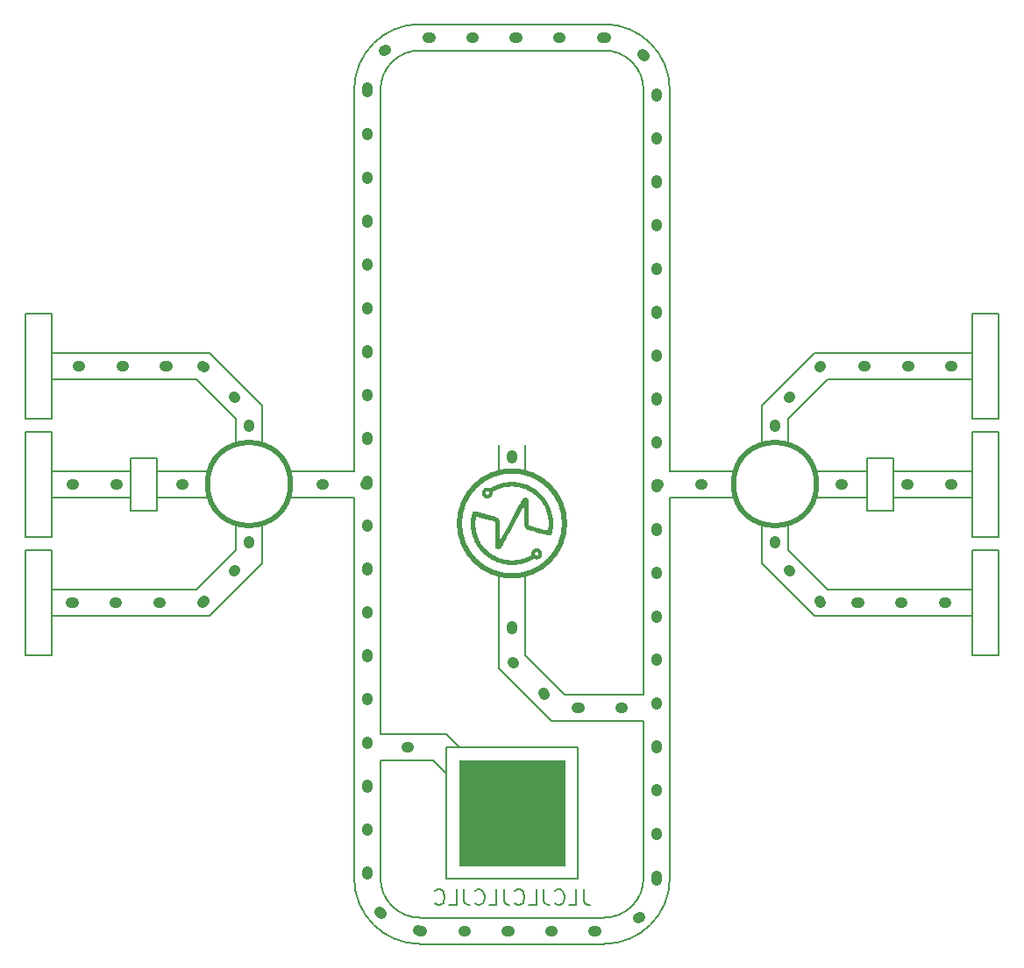
<source format=gbr>
%TF.GenerationSoftware,KiCad,Pcbnew,8.0.5*%
%TF.CreationDate,2024-10-21T23:21:48+02:00*%
%TF.ProjectId,kyb_sat,6b79625f-7361-4742-9e6b-696361645f70,rev?*%
%TF.SameCoordinates,Original*%
%TF.FileFunction,Legend,Bot*%
%TF.FilePolarity,Positive*%
%FSLAX46Y46*%
G04 Gerber Fmt 4.6, Leading zero omitted, Abs format (unit mm)*
G04 Created by KiCad (PCBNEW 8.0.5) date 2024-10-21 23:21:48*
%MOMM*%
%LPD*%
G01*
G04 APERTURE LIST*
%ADD10C,1.000000*%
%ADD11C,0.200000*%
%ADD12C,0.500000*%
%ADD13C,0.000000*%
%ADD14C,0.100000*%
G04 APERTURE END LIST*
D10*
X127000000Y-124460000D02*
X127000000Y-124260000D01*
X127000000Y-140970000D02*
X127000000Y-140770000D01*
X130175000Y-147320000D02*
X130033579Y-147178579D01*
X127205152Y-144350152D02*
X127063730Y-144208730D01*
X137691954Y-148590000D02*
X137491954Y-148590000D01*
X133491954Y-148589999D02*
X133291954Y-148589999D01*
X116840000Y-152400000D02*
X117040000Y-152400000D01*
X158750000Y-127000000D02*
X158950000Y-127000000D01*
X165100000Y-127000000D02*
X165300000Y-127000000D01*
X169300000Y-127000000D02*
X169500000Y-127000000D01*
X88900000Y-127000000D02*
X88700000Y-127000000D01*
X84700000Y-127000000D02*
X84500000Y-127000000D01*
X95250000Y-127000000D02*
X95050000Y-127000000D01*
X97155000Y-115569999D02*
X97296421Y-115711420D01*
X100124848Y-118539847D02*
X100266270Y-118681269D01*
X84455000Y-138429999D02*
X84655000Y-138429999D01*
X88655000Y-138429999D02*
X88855000Y-138429999D01*
X92855000Y-138429999D02*
X93055000Y-138429999D01*
X97155000Y-138429999D02*
X97296421Y-138288578D01*
X100124848Y-135460151D02*
X100266270Y-135318729D01*
X85090000Y-115569999D02*
X85290000Y-115569999D01*
X89290000Y-115569999D02*
X89490000Y-115569999D01*
X93490000Y-115569999D02*
X93690000Y-115569999D01*
X101600000Y-132714999D02*
X101600000Y-132514999D01*
X101600000Y-121284999D02*
X101600000Y-121484999D01*
X169545000Y-115570000D02*
X169345000Y-115570000D01*
X165345000Y-115570000D02*
X165145000Y-115570000D01*
X161145000Y-115570000D02*
X160945000Y-115570000D01*
X156845000Y-115570000D02*
X156703579Y-115711421D01*
X153875152Y-118539848D02*
X153733730Y-118681270D01*
X152400000Y-121285000D02*
X152400000Y-121485000D01*
X168910000Y-138430000D02*
X168710000Y-138430000D01*
X164710000Y-138430000D02*
X164510000Y-138430000D01*
X160510000Y-138430000D02*
X160310000Y-138430000D01*
X156845000Y-138430000D02*
X156703579Y-138288579D01*
X153875152Y-135460152D02*
X153733730Y-135318730D01*
X152400000Y-132715000D02*
X152400000Y-132515000D01*
X113030002Y-127000001D02*
X112830002Y-127000001D01*
X108830002Y-127000000D02*
X108630002Y-127000000D01*
X140969999Y-127000001D02*
X141169999Y-127000001D01*
X145169999Y-127000000D02*
X145369999Y-127000000D01*
X113030000Y-88900000D02*
X113030000Y-89100000D01*
X113030000Y-93100000D02*
X113030000Y-93300000D01*
X113030000Y-97300000D02*
X113030000Y-97500000D01*
X113030000Y-101500000D02*
X113030001Y-101700000D01*
X113030001Y-105700000D02*
X113030001Y-105900000D01*
X113030001Y-109900000D02*
X113030001Y-110100000D01*
X113030001Y-114100000D02*
X113030001Y-114300000D01*
X113030001Y-118300000D02*
X113030001Y-118500000D01*
X113030001Y-122500000D02*
X113030001Y-122700000D01*
X113030001Y-126700000D02*
X113030001Y-126900000D01*
X113030002Y-130900000D02*
X113030002Y-131100000D01*
X113030002Y-135100000D02*
X113030002Y-135300000D01*
X113030002Y-139300000D02*
X113030002Y-139500000D01*
X113030002Y-143500000D02*
X113030002Y-143700000D01*
X113030002Y-147700000D02*
X113030002Y-147900000D01*
X113030002Y-151900000D02*
X113030002Y-152100000D01*
X113030003Y-156100000D02*
X113030003Y-156300000D01*
X113030003Y-160300000D02*
X113030003Y-160500000D01*
X113030003Y-164500000D02*
X113030003Y-164700000D01*
X140970000Y-165100002D02*
X140970000Y-164900002D01*
X140970000Y-160900002D02*
X140970000Y-160700002D01*
X140970000Y-156700002D02*
X140970000Y-156500002D01*
X140970000Y-152500002D02*
X140969999Y-152300002D01*
X140969999Y-148300002D02*
X140969999Y-148100002D01*
X140969999Y-144100002D02*
X140969999Y-143900002D01*
X140969999Y-139900002D02*
X140969999Y-139700002D01*
X140969999Y-135700002D02*
X140969999Y-135500002D01*
X140969999Y-131500002D02*
X140969999Y-131300002D01*
X140969999Y-127300002D02*
X140969999Y-127100002D01*
X140969998Y-123100002D02*
X140969998Y-122900002D01*
X140969998Y-118900002D02*
X140969998Y-118700002D01*
X140969998Y-114700002D02*
X140969998Y-114500002D01*
X140969998Y-110500002D02*
X140969998Y-110300002D01*
X140969998Y-106300002D02*
X140969998Y-106100002D01*
X140969998Y-102100002D02*
X140969998Y-101900002D01*
X140969997Y-97900002D02*
X140969997Y-97700002D01*
X140969997Y-93700002D02*
X140969997Y-93500002D01*
X140969997Y-89500002D02*
X140969997Y-89300002D01*
X118110000Y-170180000D02*
X118310000Y-170180000D01*
X122310000Y-170180000D02*
X122510000Y-170180000D01*
X126510000Y-170180000D02*
X126710000Y-170180000D01*
X130710000Y-170180000D02*
X130910000Y-170180000D01*
X134910000Y-170180000D02*
X135110000Y-170180000D01*
X135889999Y-83820000D02*
X135689999Y-83820000D01*
X131689999Y-83820000D02*
X131489999Y-83820000D01*
X127489999Y-83820000D02*
X127289999Y-83820000D01*
X123289999Y-83820000D02*
X123089999Y-83820000D01*
X119089999Y-83820000D02*
X118889999Y-83820000D01*
X140970000Y-165100002D02*
X140966063Y-165299950D01*
X139330451Y-168837605D02*
X139180673Y-168970124D01*
X118110000Y-170180000D02*
X117910051Y-170176063D01*
X114372396Y-168540453D02*
X114239876Y-168390675D01*
X135890000Y-83820000D02*
X136089948Y-83823936D01*
X139627603Y-85459546D02*
X139760123Y-85609324D01*
X113030000Y-88900000D02*
X113033936Y-88700051D01*
X114669546Y-85162396D02*
X114819324Y-85029876D01*
D11*
X128270000Y-125730000D02*
X128270000Y-123190000D01*
X125730000Y-125730000D02*
X125730000Y-123190000D01*
D12*
X132080000Y-130810000D02*
G75*
G02*
X121920000Y-130810000I-5080000J0D01*
G01*
X121920000Y-130810000D02*
G75*
G02*
X132080000Y-130810000I5080000J0D01*
G01*
D13*
G36*
X125146510Y-127879074D02*
G01*
X125143720Y-127916752D01*
X125139057Y-127953052D01*
X125136020Y-127970692D01*
X125132511Y-127987995D01*
X125128528Y-128004963D01*
X125124071Y-128021600D01*
X125119138Y-128037908D01*
X125113727Y-128053888D01*
X125107838Y-128069545D01*
X125101469Y-128084879D01*
X125094618Y-128099895D01*
X125087285Y-128114593D01*
X125079468Y-128128978D01*
X125071165Y-128143051D01*
X125062376Y-128156814D01*
X125053100Y-128170271D01*
X125043334Y-128183424D01*
X125033077Y-128196275D01*
X125022329Y-128208827D01*
X125011088Y-128221083D01*
X124999352Y-128233044D01*
X124987121Y-128244714D01*
X124974392Y-128256094D01*
X124961166Y-128267188D01*
X124947439Y-128277998D01*
X124933212Y-128288527D01*
X124903250Y-128308750D01*
X124871713Y-128327671D01*
X124840245Y-128344318D01*
X124808818Y-128358692D01*
X124777405Y-128370796D01*
X124745976Y-128380630D01*
X124714504Y-128388196D01*
X124682960Y-128393497D01*
X124651317Y-128396534D01*
X124619546Y-128397308D01*
X124587619Y-128395822D01*
X124555509Y-128392076D01*
X124523186Y-128386073D01*
X124490622Y-128377815D01*
X124457791Y-128367302D01*
X124424663Y-128354537D01*
X124391210Y-128339522D01*
X124358481Y-128322457D01*
X124327589Y-128303634D01*
X124298544Y-128283155D01*
X124271356Y-128261124D01*
X124246034Y-128237646D01*
X124222590Y-128212824D01*
X124201032Y-128186761D01*
X124181370Y-128159562D01*
X124163616Y-128131330D01*
X124147778Y-128102170D01*
X124133866Y-128072185D01*
X124121892Y-128041479D01*
X124111863Y-128010156D01*
X124103792Y-127978319D01*
X124097686Y-127946072D01*
X124093557Y-127913520D01*
X124091415Y-127880766D01*
X124091327Y-127860956D01*
X124451083Y-127860956D01*
X124451334Y-127868921D01*
X124451938Y-127876847D01*
X124452894Y-127884725D01*
X124454200Y-127892546D01*
X124455852Y-127900301D01*
X124457849Y-127907979D01*
X124460189Y-127915572D01*
X124462870Y-127923070D01*
X124465889Y-127930464D01*
X124469244Y-127937745D01*
X124472933Y-127944902D01*
X124476953Y-127951927D01*
X124481303Y-127958811D01*
X124485980Y-127965544D01*
X124490982Y-127972116D01*
X124496307Y-127978519D01*
X124501952Y-127984742D01*
X124507916Y-127990777D01*
X124514196Y-127996615D01*
X124520789Y-128002245D01*
X124527694Y-128007658D01*
X124527697Y-128007658D01*
X124531054Y-128009990D01*
X124534884Y-128012309D01*
X124539141Y-128014602D01*
X124543783Y-128016854D01*
X124548764Y-128019050D01*
X124554042Y-128021178D01*
X124559571Y-128023221D01*
X124565309Y-128025167D01*
X124571212Y-128027000D01*
X124577234Y-128028707D01*
X124583333Y-128030273D01*
X124589465Y-128031685D01*
X124595585Y-128032927D01*
X124601650Y-128033985D01*
X124607615Y-128034846D01*
X124613437Y-128035495D01*
X124619836Y-128035985D01*
X124626147Y-128036247D01*
X124632370Y-128036283D01*
X124638502Y-128036092D01*
X124644545Y-128035674D01*
X124650496Y-128035030D01*
X124656357Y-128034161D01*
X124662126Y-128033066D01*
X124667802Y-128031747D01*
X124673385Y-128030203D01*
X124678875Y-128028434D01*
X124684271Y-128026442D01*
X124689572Y-128024226D01*
X124694777Y-128021786D01*
X124699887Y-128019124D01*
X124704900Y-128016239D01*
X124709817Y-128013132D01*
X124714636Y-128009804D01*
X124719356Y-128006253D01*
X124723978Y-128002482D01*
X124728501Y-127998490D01*
X124732924Y-127994277D01*
X124737246Y-127989844D01*
X124741467Y-127985191D01*
X124745587Y-127980319D01*
X124749605Y-127975228D01*
X124753519Y-127969918D01*
X124757331Y-127964390D01*
X124761038Y-127958644D01*
X124764641Y-127952680D01*
X124771532Y-127940100D01*
X124775605Y-127931825D01*
X124779288Y-127923629D01*
X124782583Y-127915513D01*
X124785489Y-127907478D01*
X124788007Y-127899523D01*
X124790136Y-127891650D01*
X124791876Y-127883858D01*
X124793228Y-127876148D01*
X124794193Y-127868521D01*
X124794769Y-127860978D01*
X124794957Y-127853517D01*
X124794757Y-127846141D01*
X124794170Y-127838848D01*
X124793195Y-127831641D01*
X124791832Y-127824519D01*
X124790083Y-127817482D01*
X124787946Y-127810531D01*
X124785422Y-127803667D01*
X124782511Y-127796890D01*
X124779214Y-127790201D01*
X124775529Y-127783599D01*
X124771458Y-127777085D01*
X124767001Y-127770660D01*
X124762157Y-127764325D01*
X124756927Y-127758078D01*
X124751311Y-127751922D01*
X124745309Y-127745857D01*
X124738921Y-127739882D01*
X124732147Y-127733998D01*
X124724988Y-127728207D01*
X124717443Y-127722507D01*
X124709513Y-127716900D01*
X124702189Y-127712204D01*
X124694641Y-127707978D01*
X124686891Y-127704214D01*
X124678960Y-127700910D01*
X124670872Y-127698059D01*
X124662646Y-127695656D01*
X124654307Y-127693696D01*
X124645874Y-127692175D01*
X124637370Y-127691085D01*
X124628816Y-127690423D01*
X124620235Y-127690184D01*
X124611649Y-127690361D01*
X124603079Y-127690950D01*
X124594546Y-127691946D01*
X124586073Y-127693343D01*
X124577682Y-127695137D01*
X124569394Y-127697321D01*
X124561232Y-127699891D01*
X124553216Y-127702842D01*
X124545369Y-127706169D01*
X124537713Y-127709865D01*
X124530270Y-127713926D01*
X124523060Y-127718348D01*
X124516107Y-127723124D01*
X124509431Y-127728249D01*
X124503055Y-127733718D01*
X124497001Y-127739527D01*
X124491290Y-127745669D01*
X124485944Y-127752140D01*
X124480985Y-127758934D01*
X124476434Y-127766046D01*
X124472315Y-127773471D01*
X124468527Y-127781243D01*
X124465117Y-127789079D01*
X124462083Y-127796970D01*
X124459423Y-127804906D01*
X124457135Y-127812879D01*
X124455216Y-127820879D01*
X124453664Y-127828897D01*
X124452477Y-127836923D01*
X124451653Y-127844947D01*
X124451189Y-127852961D01*
X124451083Y-127860956D01*
X124091327Y-127860956D01*
X124091269Y-127847913D01*
X124093129Y-127815066D01*
X124097006Y-127782329D01*
X124102909Y-127749805D01*
X124110848Y-127717598D01*
X124120834Y-127685812D01*
X124132876Y-127654551D01*
X124146984Y-127623919D01*
X124163168Y-127594019D01*
X124181438Y-127564955D01*
X124201804Y-127536831D01*
X124224277Y-127509751D01*
X124248865Y-127483819D01*
X124275579Y-127459138D01*
X124304430Y-127435813D01*
X124324674Y-127420733D01*
X124343469Y-127407267D01*
X124361096Y-127395327D01*
X124377835Y-127384825D01*
X124393966Y-127375670D01*
X124409769Y-127367776D01*
X124425524Y-127361052D01*
X124441512Y-127355410D01*
X124458013Y-127350762D01*
X124475307Y-127347018D01*
X124493674Y-127344090D01*
X124513395Y-127341890D01*
X124534749Y-127340328D01*
X124558017Y-127339315D01*
X124583479Y-127338763D01*
X124611415Y-127338584D01*
X124653328Y-127338746D01*
X124671263Y-127339023D01*
X124687467Y-127339470D01*
X124702153Y-127340119D01*
X124715533Y-127341001D01*
X124727819Y-127342146D01*
X124739225Y-127343585D01*
X124749961Y-127345348D01*
X124760242Y-127347468D01*
X124770279Y-127349973D01*
X124780286Y-127352895D01*
X124790473Y-127356265D01*
X124801055Y-127360114D01*
X124812242Y-127364471D01*
X124824249Y-127369368D01*
X124898755Y-127400262D01*
X124985632Y-127350116D01*
X125082241Y-127295565D01*
X125175014Y-127245740D01*
X125265053Y-127200138D01*
X125353460Y-127158254D01*
X125441338Y-127119585D01*
X125529789Y-127083627D01*
X125619917Y-127049876D01*
X125712823Y-127017828D01*
X125892805Y-126961244D01*
X125978610Y-126936764D01*
X126062302Y-126914724D01*
X126144389Y-126895048D01*
X126225379Y-126877661D01*
X126305782Y-126862487D01*
X126386105Y-126849450D01*
X126466857Y-126838474D01*
X126548546Y-126829484D01*
X126631681Y-126822403D01*
X126716769Y-126817156D01*
X126804320Y-126813668D01*
X126894841Y-126811861D01*
X127086828Y-126812992D01*
X127232926Y-126817421D01*
X127365234Y-126824728D01*
X127487840Y-126835520D01*
X127546783Y-126842411D01*
X127604834Y-126850401D01*
X127662503Y-126859565D01*
X127720302Y-126869978D01*
X127838335Y-126894858D01*
X127963020Y-126925647D01*
X128098446Y-126962949D01*
X128266136Y-127015137D01*
X128430695Y-127074582D01*
X128591934Y-127141146D01*
X128749669Y-127214692D01*
X128903712Y-127295080D01*
X129053876Y-127382174D01*
X129199976Y-127475835D01*
X129341825Y-127575926D01*
X129479236Y-127682308D01*
X129612023Y-127794845D01*
X129739999Y-127913397D01*
X129862978Y-128037827D01*
X129980773Y-128167997D01*
X130093198Y-128303769D01*
X130200066Y-128445006D01*
X130301191Y-128591569D01*
X130394863Y-128739727D01*
X130438459Y-128813341D01*
X130479988Y-128886856D01*
X130519517Y-128960427D01*
X130557117Y-129034212D01*
X130592856Y-129108368D01*
X130626805Y-129183052D01*
X130659032Y-129258420D01*
X130689606Y-129334630D01*
X130718596Y-129411838D01*
X130746072Y-129490202D01*
X130772104Y-129569878D01*
X130796759Y-129651023D01*
X130820108Y-129733795D01*
X130842220Y-129818350D01*
X130874853Y-129950310D01*
X130900136Y-130060363D01*
X130919087Y-130156629D01*
X130926504Y-130202130D01*
X130932719Y-130247230D01*
X130937858Y-130292944D01*
X130942048Y-130340288D01*
X130948089Y-130443924D01*
X130951859Y-130566261D01*
X130954371Y-130715419D01*
X130955717Y-130890029D01*
X130955520Y-130967274D01*
X130954751Y-131037288D01*
X130953418Y-131099676D01*
X130951525Y-131154046D01*
X130949079Y-131200005D01*
X130946087Y-131237158D01*
X130937261Y-131310323D01*
X130924569Y-131395541D01*
X130909116Y-131487121D01*
X130892002Y-131579377D01*
X130874331Y-131666621D01*
X130857204Y-131743163D01*
X130841724Y-131803317D01*
X130834947Y-131825471D01*
X130828994Y-131841394D01*
X130816889Y-131866976D01*
X130804037Y-131889797D01*
X130790255Y-131909907D01*
X130782959Y-131918961D01*
X130775362Y-131927357D01*
X130767443Y-131935099D01*
X130759178Y-131942196D01*
X130750544Y-131948652D01*
X130741519Y-131954474D01*
X130732081Y-131959668D01*
X130722205Y-131964241D01*
X130711871Y-131968199D01*
X130701055Y-131971548D01*
X130689734Y-131974294D01*
X130677886Y-131976443D01*
X130652516Y-131978978D01*
X130624766Y-131979202D01*
X130594452Y-131977165D01*
X130561394Y-131972917D01*
X130525409Y-131966508D01*
X130486317Y-131957989D01*
X130443936Y-131947408D01*
X129820255Y-131783323D01*
X129351833Y-131659643D01*
X129168344Y-131610838D01*
X129014668Y-131569592D01*
X128887806Y-131535059D01*
X128784758Y-131506393D01*
X128702523Y-131482744D01*
X128668273Y-131472537D01*
X128638101Y-131463267D01*
X128611632Y-131454829D01*
X128588492Y-131447115D01*
X128568305Y-131440021D01*
X128550696Y-131433440D01*
X128535289Y-131427266D01*
X128521711Y-131421395D01*
X128509586Y-131415719D01*
X128498539Y-131410133D01*
X128488195Y-131404530D01*
X128478179Y-131398806D01*
X128457631Y-131386569D01*
X128432793Y-131370679D01*
X128408710Y-131353283D01*
X128385453Y-131334481D01*
X128363093Y-131314375D01*
X128341701Y-131293065D01*
X128321349Y-131270652D01*
X128302107Y-131247237D01*
X128284047Y-131222922D01*
X128267239Y-131197806D01*
X128251756Y-131171991D01*
X128237669Y-131145578D01*
X128225047Y-131118668D01*
X128213964Y-131091361D01*
X128204489Y-131063759D01*
X128196694Y-131035962D01*
X128190650Y-131008071D01*
X128185880Y-130917622D01*
X128182252Y-130713661D01*
X128179137Y-130025463D01*
X128178403Y-129626155D01*
X128176220Y-129338244D01*
X128174593Y-129236741D01*
X128172613Y-129163903D01*
X128170284Y-129120000D01*
X128168990Y-129108985D01*
X128168311Y-129106226D01*
X128167610Y-129105306D01*
X128167019Y-129105320D01*
X128166436Y-129105363D01*
X128165861Y-129105434D01*
X128165295Y-129105532D01*
X128164739Y-129105656D01*
X128164193Y-129105806D01*
X128163658Y-129105981D01*
X128163135Y-129106180D01*
X128162625Y-129106403D01*
X128162128Y-129106648D01*
X128161646Y-129106916D01*
X128161178Y-129107205D01*
X128160726Y-129107514D01*
X128160290Y-129107844D01*
X128159871Y-129108193D01*
X128159470Y-129108560D01*
X128159088Y-129108946D01*
X128158724Y-129109348D01*
X128158381Y-129109767D01*
X128158059Y-129110202D01*
X128157758Y-129110652D01*
X128157480Y-129111116D01*
X128157225Y-129111594D01*
X128156993Y-129112085D01*
X128156786Y-129112588D01*
X128156604Y-129113102D01*
X128156448Y-129113627D01*
X128156318Y-129114162D01*
X128156216Y-129114707D01*
X128156143Y-129115260D01*
X128156098Y-129115822D01*
X128156083Y-129116390D01*
X128155896Y-129117838D01*
X128155346Y-129119870D01*
X128153235Y-129125537D01*
X128149896Y-129133096D01*
X128145479Y-129142249D01*
X128140131Y-129152698D01*
X128134001Y-129164147D01*
X128127236Y-129176298D01*
X128119984Y-129188854D01*
X128095985Y-129231441D01*
X128057325Y-129302022D01*
X127957371Y-129487915D01*
X127677606Y-130009654D01*
X127371975Y-130577770D01*
X126835639Y-131576786D01*
X126611394Y-131992263D01*
X126517041Y-132166792D01*
X126383882Y-132415451D01*
X126257418Y-132652480D01*
X126162290Y-132830178D01*
X126124765Y-132899774D01*
X126093020Y-132958132D01*
X126066369Y-133006452D01*
X126044127Y-133045930D01*
X126034446Y-133062729D01*
X126025610Y-133077767D01*
X126017534Y-133091194D01*
X126010133Y-133103160D01*
X126003320Y-133113814D01*
X125997010Y-133123308D01*
X125991117Y-133131789D01*
X125985557Y-133139409D01*
X125980242Y-133146316D01*
X125975088Y-133152662D01*
X125970009Y-133158595D01*
X125964920Y-133164265D01*
X125954366Y-133175417D01*
X125942742Y-133187315D01*
X125926405Y-133203175D01*
X125909602Y-133217842D01*
X125892377Y-133231319D01*
X125874773Y-133243614D01*
X125856833Y-133254729D01*
X125838603Y-133264671D01*
X125820126Y-133273444D01*
X125801445Y-133281054D01*
X125782605Y-133287504D01*
X125763649Y-133292800D01*
X125744622Y-133296947D01*
X125725566Y-133299949D01*
X125706527Y-133301813D01*
X125687548Y-133302541D01*
X125668672Y-133302141D01*
X125649944Y-133300615D01*
X125631407Y-133297970D01*
X125613106Y-133294210D01*
X125595084Y-133289340D01*
X125577385Y-133283365D01*
X125560053Y-133276290D01*
X125543132Y-133268120D01*
X125526665Y-133258860D01*
X125510697Y-133248514D01*
X125495272Y-133237088D01*
X125480433Y-133224586D01*
X125466223Y-133211014D01*
X125452688Y-133196376D01*
X125439871Y-133180677D01*
X125427815Y-133163922D01*
X125416565Y-133146116D01*
X125406165Y-133127264D01*
X125393478Y-133093987D01*
X125383805Y-133043588D01*
X125376938Y-132966981D01*
X125372669Y-132855080D01*
X125370790Y-132698799D01*
X125371092Y-132489050D01*
X125377409Y-131872807D01*
X125383578Y-131322045D01*
X125384838Y-131128041D01*
X125384835Y-130979147D01*
X125383535Y-130868503D01*
X125382388Y-130825382D01*
X125380904Y-130789253D01*
X125379078Y-130759258D01*
X125376906Y-130734540D01*
X125374385Y-130714241D01*
X125371509Y-130697505D01*
X125369177Y-130688309D01*
X125365908Y-130679245D01*
X125361729Y-130670336D01*
X125356665Y-130661605D01*
X125350743Y-130653074D01*
X125343989Y-130644768D01*
X125336429Y-130636708D01*
X125328089Y-130628919D01*
X125318996Y-130621421D01*
X125309176Y-130614240D01*
X125298654Y-130607397D01*
X125287458Y-130600916D01*
X125275612Y-130594819D01*
X125263144Y-130589130D01*
X125250079Y-130583872D01*
X125236445Y-130579066D01*
X125126545Y-130547359D01*
X124882874Y-130481370D01*
X123908653Y-130223648D01*
X123765248Y-130186346D01*
X123647167Y-130156452D01*
X123601442Y-130145232D01*
X123566633Y-130137004D01*
X123544267Y-130132147D01*
X123538227Y-130131101D01*
X123535872Y-130131041D01*
X123531423Y-130138437D01*
X123526735Y-130151638D01*
X123516875Y-130193525D01*
X123506766Y-130252853D01*
X123496882Y-130325770D01*
X123487694Y-130408426D01*
X123479678Y-130496971D01*
X123473306Y-130587552D01*
X123469052Y-130676321D01*
X123467048Y-130756837D01*
X123466729Y-130836929D01*
X123468092Y-130916573D01*
X123471132Y-130995743D01*
X123475848Y-131074413D01*
X123482234Y-131152559D01*
X123490288Y-131230153D01*
X123500005Y-131307172D01*
X123511383Y-131383588D01*
X123524418Y-131459377D01*
X123539107Y-131534514D01*
X123555445Y-131608972D01*
X123573430Y-131682726D01*
X123593058Y-131755751D01*
X123614325Y-131828020D01*
X123637228Y-131899509D01*
X123682103Y-132029158D01*
X123727086Y-132148800D01*
X123773239Y-132260654D01*
X123797084Y-132314353D01*
X123821620Y-132366935D01*
X123846977Y-132418679D01*
X123873290Y-132469861D01*
X123900689Y-132520758D01*
X123929309Y-132571648D01*
X123990737Y-132674511D01*
X124058634Y-132780669D01*
X124109750Y-132856838D01*
X124158126Y-132925420D01*
X124206246Y-132989380D01*
X124230985Y-133020554D01*
X124256591Y-133051685D01*
X124311644Y-133115301D01*
X124373887Y-133183192D01*
X124445804Y-133258326D01*
X124529876Y-133343668D01*
X124644863Y-133456418D01*
X124699311Y-133507433D01*
X124752331Y-133555310D01*
X124804374Y-133600376D01*
X124855892Y-133642958D01*
X124907334Y-133683383D01*
X124959152Y-133721978D01*
X125011798Y-133759069D01*
X125065723Y-133794984D01*
X125121378Y-133830049D01*
X125179213Y-133864592D01*
X125239680Y-133898938D01*
X125303231Y-133933415D01*
X125441386Y-134004069D01*
X125540637Y-134051787D01*
X125638268Y-134095880D01*
X125734590Y-134136422D01*
X125829914Y-134173486D01*
X125924550Y-134207145D01*
X126018810Y-134237472D01*
X126113005Y-134264541D01*
X126207445Y-134288425D01*
X126302441Y-134309198D01*
X126398305Y-134326933D01*
X126495346Y-134341702D01*
X126593877Y-134353580D01*
X126694207Y-134362639D01*
X126796649Y-134368953D01*
X126901512Y-134372595D01*
X127009108Y-134373639D01*
X127091575Y-134372648D01*
X127172805Y-134370014D01*
X127252909Y-134365717D01*
X127331998Y-134359736D01*
X127410183Y-134352052D01*
X127487578Y-134342643D01*
X127564292Y-134331490D01*
X127640439Y-134318572D01*
X127716128Y-134303869D01*
X127791473Y-134287361D01*
X127866583Y-134269027D01*
X127941572Y-134248847D01*
X128016550Y-134226801D01*
X128091629Y-134202868D01*
X128166921Y-134177029D01*
X128242537Y-134149262D01*
X128309187Y-134121970D01*
X128395213Y-134083872D01*
X128492107Y-134039087D01*
X128591365Y-133991735D01*
X128684479Y-133945933D01*
X128762944Y-133905803D01*
X128818253Y-133875461D01*
X128834566Y-133865248D01*
X128841900Y-133859028D01*
X128842839Y-133856957D01*
X128843839Y-133853736D01*
X128845984Y-133844117D01*
X128848265Y-133830718D01*
X128850611Y-133814084D01*
X128852950Y-133794759D01*
X128855211Y-133773290D01*
X128857324Y-133750221D01*
X128857412Y-133749099D01*
X129208805Y-133749099D01*
X129208829Y-133751806D01*
X129208989Y-133754530D01*
X129209288Y-133757289D01*
X129209728Y-133760106D01*
X129211036Y-133765985D01*
X129212926Y-133772327D01*
X129215411Y-133779289D01*
X129218505Y-133787030D01*
X129222220Y-133795707D01*
X129231570Y-133816504D01*
X129234661Y-133823080D01*
X129237941Y-133829651D01*
X129241381Y-133836176D01*
X129244951Y-133842614D01*
X129248624Y-133848922D01*
X129252370Y-133855058D01*
X129256161Y-133860982D01*
X129259968Y-133866652D01*
X129263763Y-133872025D01*
X129267517Y-133877060D01*
X129271200Y-133881715D01*
X129274785Y-133885948D01*
X129278242Y-133889719D01*
X129281543Y-133892984D01*
X129284660Y-133895703D01*
X129287563Y-133897834D01*
X129287567Y-133897835D01*
X129293916Y-133901396D01*
X129301758Y-133904821D01*
X129310877Y-133908077D01*
X129321056Y-133911135D01*
X129332079Y-133913962D01*
X129343730Y-133916527D01*
X129355792Y-133918799D01*
X129368048Y-133920747D01*
X129380284Y-133922340D01*
X129392281Y-133923546D01*
X129403824Y-133924333D01*
X129414697Y-133924672D01*
X129424682Y-133924529D01*
X129433564Y-133923875D01*
X129441127Y-133922678D01*
X129447153Y-133920907D01*
X129452575Y-133918372D01*
X129458528Y-133914922D01*
X129464919Y-133910648D01*
X129471656Y-133905641D01*
X129478649Y-133899993D01*
X129485805Y-133893796D01*
X129493032Y-133887142D01*
X129500239Y-133880123D01*
X129507335Y-133872829D01*
X129514226Y-133865354D01*
X129520823Y-133857789D01*
X129527032Y-133850226D01*
X129532763Y-133842756D01*
X129537923Y-133835471D01*
X129542421Y-133828464D01*
X129546165Y-133821825D01*
X129549885Y-133814194D01*
X129553092Y-133806589D01*
X129555785Y-133798978D01*
X129557964Y-133791330D01*
X129559629Y-133783613D01*
X129560778Y-133775795D01*
X129561412Y-133767845D01*
X129561530Y-133759730D01*
X129561131Y-133751420D01*
X129560215Y-133742882D01*
X129558781Y-133734085D01*
X129556829Y-133724997D01*
X129554358Y-133715586D01*
X129551367Y-133705821D01*
X129547856Y-133695670D01*
X129543825Y-133685102D01*
X129537939Y-133671827D01*
X129531242Y-133659471D01*
X129523791Y-133648030D01*
X129515638Y-133637502D01*
X129506837Y-133627884D01*
X129497444Y-133619173D01*
X129487511Y-133611367D01*
X129477092Y-133604462D01*
X129466243Y-133598455D01*
X129455016Y-133593345D01*
X129443466Y-133589127D01*
X129431647Y-133585800D01*
X129419613Y-133583360D01*
X129407417Y-133581805D01*
X129395115Y-133581132D01*
X129382760Y-133581338D01*
X129370406Y-133582420D01*
X129358106Y-133584375D01*
X129345916Y-133587201D01*
X129333889Y-133590894D01*
X129322080Y-133595453D01*
X129310541Y-133600873D01*
X129299328Y-133607153D01*
X129288494Y-133614289D01*
X129278093Y-133622279D01*
X129268180Y-133631120D01*
X129258808Y-133640808D01*
X129250031Y-133651342D01*
X129241904Y-133662719D01*
X129234480Y-133674935D01*
X129227814Y-133687987D01*
X129221960Y-133701874D01*
X129215755Y-133718594D01*
X129213361Y-133725669D01*
X129211455Y-133732100D01*
X129210052Y-133738042D01*
X129209164Y-133743656D01*
X129208918Y-133746389D01*
X129208805Y-133749099D01*
X128857412Y-133749099D01*
X128859216Y-133726097D01*
X128862092Y-133689271D01*
X128863581Y-133673469D01*
X128865188Y-133659097D01*
X128866977Y-133645920D01*
X128869011Y-133633704D01*
X128871352Y-133622214D01*
X128874063Y-133611217D01*
X128877209Y-133600478D01*
X128880851Y-133589764D01*
X128885054Y-133578839D01*
X128889880Y-133567470D01*
X128895392Y-133555423D01*
X128901653Y-133542464D01*
X128916677Y-133512871D01*
X128933199Y-133482868D01*
X128950917Y-133454399D01*
X128969791Y-133427493D01*
X128989783Y-133402177D01*
X129010852Y-133378482D01*
X129032960Y-133356434D01*
X129056066Y-133336063D01*
X129080132Y-133317398D01*
X129105119Y-133300467D01*
X129130986Y-133285298D01*
X129157695Y-133271920D01*
X129185205Y-133260362D01*
X129213479Y-133250653D01*
X129242475Y-133242820D01*
X129272156Y-133236893D01*
X129302481Y-133232899D01*
X129329129Y-133230590D01*
X129355043Y-133228981D01*
X129380221Y-133228074D01*
X129404657Y-133227866D01*
X129428348Y-133228357D01*
X129451288Y-133229547D01*
X129473473Y-133231434D01*
X129494900Y-133234019D01*
X129515562Y-133237301D01*
X129535457Y-133241279D01*
X129554579Y-133245953D01*
X129572924Y-133251321D01*
X129590489Y-133257384D01*
X129607267Y-133264140D01*
X129623255Y-133271589D01*
X129638449Y-133279731D01*
X129666441Y-133296926D01*
X129692986Y-133315517D01*
X129718074Y-133335422D01*
X129741691Y-133356562D01*
X129763828Y-133378856D01*
X129784472Y-133402226D01*
X129803612Y-133426590D01*
X129821236Y-133451870D01*
X129837333Y-133477984D01*
X129851892Y-133504853D01*
X129864902Y-133532398D01*
X129876349Y-133560538D01*
X129886224Y-133589192D01*
X129894515Y-133618282D01*
X129901210Y-133647728D01*
X129906297Y-133677448D01*
X129909766Y-133707364D01*
X129911605Y-133737396D01*
X129911751Y-133759730D01*
X129911801Y-133767462D01*
X129910345Y-133797485D01*
X129907224Y-133827383D01*
X129902427Y-133857076D01*
X129895943Y-133886485D01*
X129887759Y-133915529D01*
X129877865Y-133944130D01*
X129866249Y-133972206D01*
X129852900Y-133999677D01*
X129837805Y-134026465D01*
X129820954Y-134052489D01*
X129802336Y-134077668D01*
X129781938Y-134101923D01*
X129759749Y-134125175D01*
X129729598Y-134153064D01*
X129698534Y-134178310D01*
X129666613Y-134200902D01*
X129633890Y-134220826D01*
X129600420Y-134238072D01*
X129566258Y-134252626D01*
X129531459Y-134264477D01*
X129496078Y-134273614D01*
X129460171Y-134280023D01*
X129423791Y-134283693D01*
X129386995Y-134284612D01*
X129349837Y-134282768D01*
X129312373Y-134278149D01*
X129274657Y-134270743D01*
X129236745Y-134260537D01*
X129198692Y-134247521D01*
X129119381Y-134217495D01*
X129055599Y-134250475D01*
X128971613Y-134294684D01*
X128859253Y-134354662D01*
X128772817Y-134399579D01*
X128684667Y-134442413D01*
X128594933Y-134483125D01*
X128503746Y-134521677D01*
X128411235Y-134558031D01*
X128317530Y-134592147D01*
X128222761Y-134623989D01*
X128127058Y-134653517D01*
X128030551Y-134680693D01*
X127933370Y-134705480D01*
X127835644Y-134727838D01*
X127737505Y-134747729D01*
X127639081Y-134765115D01*
X127540503Y-134779957D01*
X127441900Y-134792218D01*
X127343403Y-134801858D01*
X127275646Y-134805507D01*
X127183625Y-134807567D01*
X127075359Y-134808139D01*
X126958868Y-134807323D01*
X126842173Y-134805221D01*
X126733295Y-134801931D01*
X126640253Y-134797555D01*
X126571069Y-134792193D01*
X126429242Y-134774396D01*
X126288398Y-134751386D01*
X126148643Y-134723207D01*
X126010082Y-134689903D01*
X125872819Y-134651520D01*
X125736962Y-134608102D01*
X125602615Y-134559693D01*
X125469883Y-134506339D01*
X125338872Y-134448084D01*
X125209689Y-134384972D01*
X125082437Y-134317048D01*
X124957222Y-134244357D01*
X124834151Y-134166944D01*
X124713328Y-134084852D01*
X124594859Y-133998128D01*
X124478849Y-133906814D01*
X124437365Y-133872193D01*
X124394658Y-133835045D01*
X124306576Y-133754229D01*
X124216608Y-133666486D01*
X124126758Y-133573937D01*
X124039030Y-133478699D01*
X123955429Y-133382894D01*
X123877960Y-133288641D01*
X123842151Y-133242759D01*
X123808627Y-133198060D01*
X123750398Y-133116580D01*
X123694161Y-133033597D01*
X123639962Y-132949213D01*
X123587850Y-132863533D01*
X123537874Y-132776658D01*
X123490081Y-132688693D01*
X123444520Y-132599741D01*
X123401239Y-132509904D01*
X123360285Y-132419286D01*
X123321708Y-132327990D01*
X123285555Y-132236119D01*
X123251875Y-132143777D01*
X123220715Y-132051066D01*
X123192124Y-131958089D01*
X123166151Y-131864951D01*
X123142842Y-131771753D01*
X123110247Y-131632424D01*
X123085762Y-131521315D01*
X123068230Y-131427245D01*
X123061709Y-131383107D01*
X123056491Y-131339037D01*
X123052432Y-131293638D01*
X123049386Y-131245512D01*
X123045755Y-131135491D01*
X123044441Y-130997795D01*
X123044282Y-130821245D01*
X123044382Y-130663192D01*
X123044865Y-130541945D01*
X123046095Y-130450086D01*
X123047105Y-130412858D01*
X123048438Y-130380196D01*
X123050142Y-130351171D01*
X123052260Y-130324857D01*
X123054839Y-130300327D01*
X123057924Y-130276652D01*
X123061562Y-130252906D01*
X123065797Y-130228162D01*
X123076242Y-130171969D01*
X123091169Y-130095689D01*
X123106200Y-130023490D01*
X123121040Y-129956568D01*
X123135395Y-129896116D01*
X123148970Y-129843328D01*
X123161470Y-129799401D01*
X123167224Y-129781132D01*
X123172600Y-129765527D01*
X123177559Y-129752733D01*
X123182065Y-129742901D01*
X123184033Y-129739324D01*
X123186365Y-129735526D01*
X123189031Y-129731540D01*
X123192002Y-129727399D01*
X123195247Y-129723138D01*
X123198736Y-129718788D01*
X123202440Y-129714384D01*
X123206328Y-129709958D01*
X123210370Y-129705545D01*
X123214538Y-129701178D01*
X123218799Y-129696889D01*
X123223125Y-129692713D01*
X123227486Y-129688683D01*
X123231851Y-129684832D01*
X123236191Y-129681194D01*
X123240475Y-129677801D01*
X123252855Y-129668911D01*
X123265385Y-129661234D01*
X123278287Y-129654771D01*
X123291779Y-129649526D01*
X123306082Y-129645503D01*
X123321414Y-129642704D01*
X123337997Y-129641133D01*
X123356048Y-129640793D01*
X123375789Y-129641688D01*
X123397438Y-129643820D01*
X123421215Y-129647193D01*
X123447341Y-129651809D01*
X123476033Y-129657673D01*
X123507513Y-129664788D01*
X123579714Y-129682781D01*
X124801612Y-130004275D01*
X125224397Y-130117856D01*
X125404587Y-130168791D01*
X125431492Y-130180281D01*
X125458377Y-130193227D01*
X125485097Y-130207508D01*
X125511508Y-130223002D01*
X125537462Y-130239587D01*
X125562816Y-130257143D01*
X125587424Y-130275546D01*
X125611139Y-130294675D01*
X125633818Y-130314409D01*
X125655314Y-130334625D01*
X125675482Y-130355201D01*
X125694177Y-130376017D01*
X125711254Y-130396950D01*
X125726566Y-130417878D01*
X125739969Y-130438680D01*
X125751317Y-130459234D01*
X125774367Y-130506642D01*
X125783714Y-130528659D01*
X125791738Y-130551046D01*
X125798535Y-130574921D01*
X125804202Y-130601404D01*
X125808834Y-130631615D01*
X125812529Y-130666673D01*
X125817491Y-130755813D01*
X125819857Y-130877780D01*
X125819889Y-131256031D01*
X125816229Y-131773667D01*
X125810109Y-132187854D01*
X125808326Y-132272241D01*
X125807201Y-132343281D01*
X125806743Y-132401534D01*
X125806959Y-132447561D01*
X125807322Y-132466164D01*
X125807857Y-132481922D01*
X125808564Y-132494902D01*
X125809445Y-132505177D01*
X125810499Y-132512815D01*
X125811092Y-132515667D01*
X125811729Y-132517886D01*
X125812411Y-132519482D01*
X125813136Y-132520462D01*
X125813905Y-132520835D01*
X125814719Y-132520611D01*
X125818224Y-132517626D01*
X125822818Y-132512346D01*
X125835312Y-132494839D01*
X125852267Y-132467976D01*
X125873747Y-132431645D01*
X125899820Y-132385732D01*
X125930550Y-132330123D01*
X126006245Y-132189364D01*
X126100762Y-132012734D01*
X126202653Y-131824147D01*
X126733008Y-130838639D01*
X127548365Y-129319799D01*
X127704539Y-129030052D01*
X127839880Y-128781097D01*
X127939893Y-128599452D01*
X127972123Y-128542158D01*
X127990085Y-128511636D01*
X128002634Y-128492816D01*
X128015665Y-128474929D01*
X128029155Y-128457979D01*
X128043079Y-128441972D01*
X128057414Y-128426913D01*
X128072135Y-128412807D01*
X128087218Y-128399659D01*
X128102640Y-128387476D01*
X128118375Y-128376261D01*
X128134400Y-128366021D01*
X128150692Y-128356760D01*
X128167224Y-128348484D01*
X128183974Y-128341198D01*
X128200918Y-128334908D01*
X128218031Y-128329618D01*
X128235289Y-128325333D01*
X128252668Y-128322060D01*
X128270144Y-128319804D01*
X128287693Y-128318569D01*
X128305290Y-128318361D01*
X128322912Y-128319185D01*
X128340535Y-128321046D01*
X128358134Y-128323950D01*
X128375685Y-128327903D01*
X128393164Y-128332908D01*
X128410547Y-128338972D01*
X128427811Y-128346099D01*
X128444929Y-128354296D01*
X128461880Y-128363566D01*
X128478638Y-128373917D01*
X128495180Y-128385352D01*
X128511481Y-128397877D01*
X128550446Y-128432682D01*
X128566318Y-128451324D01*
X128579968Y-128472434D01*
X128591537Y-128497243D01*
X128601164Y-128526980D01*
X128608989Y-128562877D01*
X128615151Y-128606163D01*
X128619790Y-128658071D01*
X128623045Y-128719830D01*
X128625964Y-128877824D01*
X128625024Y-129089991D01*
X128621343Y-129366176D01*
X128614344Y-129949238D01*
X128611796Y-130438041D01*
X128613735Y-130781412D01*
X128616399Y-130882567D01*
X128618157Y-130912714D01*
X128620199Y-130928174D01*
X128622637Y-130935781D01*
X128625674Y-130943245D01*
X128629304Y-130950560D01*
X128633526Y-130957724D01*
X128638333Y-130964731D01*
X128643723Y-130971580D01*
X128649692Y-130978264D01*
X128656235Y-130984782D01*
X128663349Y-130991130D01*
X128671029Y-130997302D01*
X128679271Y-131003296D01*
X128688072Y-131009109D01*
X128697428Y-131014735D01*
X128707334Y-131020172D01*
X128717786Y-131025415D01*
X128728781Y-131030462D01*
X129001612Y-131107860D01*
X129558404Y-131257333D01*
X130121028Y-131405043D01*
X130411353Y-131477150D01*
X130459129Y-131484690D01*
X130476758Y-131405143D01*
X130490833Y-131338851D01*
X130501891Y-131278738D01*
X130510272Y-131220447D01*
X130516320Y-131159623D01*
X130520378Y-131091909D01*
X130522787Y-131012947D01*
X130523891Y-130918382D01*
X130524032Y-130803857D01*
X130523315Y-130679041D01*
X130521291Y-130574584D01*
X130517412Y-130484933D01*
X130514605Y-130443923D01*
X130511128Y-130404532D01*
X130506912Y-130366064D01*
X130501890Y-130327827D01*
X130489150Y-130249263D01*
X130472359Y-130163286D01*
X130450968Y-130064342D01*
X130400029Y-129860627D01*
X130339248Y-129662762D01*
X130268760Y-129470922D01*
X130188700Y-129285279D01*
X130099204Y-129106007D01*
X130000407Y-128933280D01*
X129892446Y-128767271D01*
X129775455Y-128608154D01*
X129649570Y-128456103D01*
X129514926Y-128311290D01*
X129371659Y-128173891D01*
X129219905Y-128044078D01*
X129059799Y-127922025D01*
X128891476Y-127807905D01*
X128715072Y-127701893D01*
X128530723Y-127604161D01*
X128459991Y-127569894D01*
X128389524Y-127537517D01*
X128319222Y-127506999D01*
X128248982Y-127478311D01*
X128178704Y-127451424D01*
X128108286Y-127426308D01*
X128037627Y-127402933D01*
X127966626Y-127381269D01*
X127895181Y-127361288D01*
X127823190Y-127342959D01*
X127750553Y-127326252D01*
X127677169Y-127311139D01*
X127602935Y-127297589D01*
X127527751Y-127285574D01*
X127451515Y-127275062D01*
X127374127Y-127266025D01*
X127269424Y-127257468D01*
X127152342Y-127252429D01*
X127026922Y-127250807D01*
X126897206Y-127252499D01*
X126767234Y-127257402D01*
X126641047Y-127265414D01*
X126522687Y-127276432D01*
X126416194Y-127290353D01*
X126375170Y-127296933D01*
X126335641Y-127303726D01*
X126298561Y-127310536D01*
X126264887Y-127317168D01*
X126235572Y-127323426D01*
X126211572Y-127329115D01*
X126193842Y-127334040D01*
X126187627Y-127336154D01*
X126183337Y-127338004D01*
X126179963Y-127339693D01*
X126176434Y-127341334D01*
X126172779Y-127342920D01*
X126169026Y-127344441D01*
X126165205Y-127345889D01*
X126161345Y-127347256D01*
X126157474Y-127348533D01*
X126153621Y-127349712D01*
X126149816Y-127350784D01*
X126146087Y-127351740D01*
X126142463Y-127352573D01*
X126138974Y-127353274D01*
X126135647Y-127353833D01*
X126132512Y-127354243D01*
X126129598Y-127354496D01*
X126126934Y-127354582D01*
X126116095Y-127355882D01*
X126099048Y-127359621D01*
X126049186Y-127373439D01*
X125983063Y-127394085D01*
X125906393Y-127419610D01*
X125824891Y-127448063D01*
X125744271Y-127477494D01*
X125670246Y-127505954D01*
X125608532Y-127531492D01*
X125541781Y-127561246D01*
X125474740Y-127592249D01*
X125409524Y-127623434D01*
X125348251Y-127653737D01*
X125293036Y-127682092D01*
X125245995Y-127707433D01*
X125209245Y-127728695D01*
X125195390Y-127737463D01*
X125184901Y-127744812D01*
X125178767Y-127749524D01*
X125173336Y-127753896D01*
X125168568Y-127758035D01*
X125164420Y-127762051D01*
X125160848Y-127766051D01*
X125157810Y-127770144D01*
X125155264Y-127774437D01*
X125153167Y-127779040D01*
X125151476Y-127784061D01*
X125150149Y-127789608D01*
X125149143Y-127795789D01*
X125148415Y-127802712D01*
X125147923Y-127810487D01*
X125147625Y-127819220D01*
X125147437Y-127839999D01*
X125147116Y-127853517D01*
X125146510Y-127879074D01*
G37*
D11*
X139700000Y-165100000D02*
X139700000Y-149860000D01*
X139700000Y-149860000D02*
X130810000Y-149860000D01*
X139700000Y-147320000D02*
X132080000Y-147320000D01*
X130810000Y-149860000D02*
X125730000Y-144780000D01*
X132080000Y-147320000D02*
X128270000Y-143510000D01*
X128270000Y-143510000D02*
X128270000Y-135890000D01*
X125730000Y-144780000D02*
X125730000Y-135890000D01*
X121920000Y-152400000D02*
X120650000Y-151130000D01*
X120650000Y-151130000D02*
X114300000Y-151130000D01*
X119380000Y-153670000D02*
X114300000Y-153670000D01*
X114300000Y-165100000D02*
X114300000Y-153670000D01*
X120650000Y-154940000D02*
X119380000Y-153670000D01*
X120650000Y-152400000D02*
X133350000Y-152400000D01*
X133350000Y-165100000D01*
X120650000Y-165100000D01*
X120650000Y-152400000D01*
X142240000Y-125730000D02*
X142240000Y-88900000D01*
X111760000Y-125730000D02*
X111760000Y-88900000D01*
X102870000Y-119380000D02*
X102870000Y-123190000D01*
X97790000Y-114300000D02*
X102870000Y-119380000D01*
X96520000Y-116840000D02*
X100330000Y-120650000D01*
X100330000Y-120650000D02*
X100330000Y-123190000D01*
X102870000Y-134620000D02*
X97790000Y-139700000D01*
X96520000Y-116840000D02*
X82550000Y-116840000D01*
X102870000Y-130810000D02*
X102870000Y-134620000D01*
X100330000Y-133350000D02*
X96520000Y-137160000D01*
X100330000Y-130810000D02*
X100330000Y-133350000D01*
X97790000Y-139700000D02*
X82550000Y-139700000D01*
X97790000Y-128270000D02*
X92710000Y-128270000D01*
X97790000Y-125730000D02*
X92710000Y-125730000D01*
X90170000Y-125730000D02*
X82550000Y-125730000D01*
X97790000Y-114300000D02*
X82550000Y-114300000D01*
X96520000Y-137160000D02*
X82550000Y-137160000D01*
X90170000Y-128270000D02*
X82550000Y-128270000D01*
X151130000Y-134620000D02*
X151130000Y-130810000D01*
X156210000Y-139700000D02*
X151130000Y-134620000D01*
X153670000Y-133350000D02*
X153670000Y-130810000D01*
X157480000Y-137160000D02*
X153670000Y-133350000D01*
X153670000Y-120650000D02*
X157480000Y-116840000D01*
X153670000Y-123190000D02*
X153670000Y-120650000D01*
X151130000Y-119380000D02*
X156210000Y-114300000D01*
X151130000Y-123190000D02*
X151130000Y-119380000D01*
X156210000Y-139700000D02*
X171450000Y-139700000D01*
X157480000Y-137160000D02*
X171450000Y-137160000D01*
X156210000Y-114300000D02*
X171450000Y-114300000D01*
X157480000Y-116840000D02*
X171450000Y-116840000D01*
X163830000Y-128270000D02*
X171450000Y-128270000D01*
X163830000Y-125730000D02*
X171450000Y-125730000D01*
X156210000Y-125730000D02*
X161290000Y-125730000D01*
X156210000Y-128270000D02*
X161290000Y-128270000D01*
X142240000Y-128270000D02*
X148590000Y-128270000D01*
X142240000Y-125730000D02*
X148590000Y-125730000D01*
X171450000Y-133350000D02*
X173990000Y-133350000D01*
X173990000Y-143510000D01*
X171450000Y-143510000D01*
X171450000Y-133350000D01*
X171450000Y-121920000D02*
X173990000Y-121920000D01*
X173990000Y-132080000D01*
X171450000Y-132080000D01*
X171450000Y-121920000D01*
X171450000Y-110490000D02*
X173990000Y-110490000D01*
X173990000Y-120650000D01*
X171450000Y-120650000D01*
X171450000Y-110490000D01*
X80010000Y-110490000D02*
X82550000Y-110490000D01*
X82550000Y-120650000D01*
X80010000Y-120650000D01*
X80010000Y-110490000D01*
X80010000Y-133350000D02*
X82550000Y-133350000D01*
X82550000Y-143510000D01*
X80010000Y-143510000D01*
X80010000Y-133350000D01*
X80010000Y-121920000D02*
X82550000Y-121920000D01*
X82550000Y-132080000D01*
X80010000Y-132080000D01*
X80010000Y-121920000D01*
X161290000Y-124460000D02*
X163830000Y-124460000D01*
X163830000Y-129540000D01*
X161290000Y-129540000D01*
X161290000Y-124460000D01*
X90170000Y-124460000D02*
X92710000Y-124460000D01*
X92710000Y-129540000D01*
X90170000Y-129540000D01*
X90170000Y-124460000D01*
X105410000Y-125730000D02*
X111760000Y-125730000D01*
X105410000Y-128270000D02*
X111760000Y-128270000D01*
D12*
X156416093Y-127000000D02*
G75*
G02*
X148383907Y-127000000I-4016093J0D01*
G01*
X148383907Y-127000000D02*
G75*
G02*
X156416093Y-127000000I4016093J0D01*
G01*
X105616093Y-127000000D02*
G75*
G02*
X97583907Y-127000000I-4016093J0D01*
G01*
X97583907Y-127000000D02*
G75*
G02*
X105616093Y-127000000I4016093J0D01*
G01*
D11*
X118110000Y-171450000D02*
X135890000Y-171450000D01*
X135890000Y-168910000D02*
X118110000Y-168910000D01*
X142240000Y-165100000D02*
X142240000Y-128270000D01*
X139700000Y-88900000D02*
X139700000Y-147320000D01*
X111760000Y-165100000D02*
X111760000Y-128270000D01*
X114300000Y-88900000D02*
X114300000Y-151130000D01*
X118110000Y-85090000D02*
X135890000Y-85090000D01*
X135890000Y-82550000D02*
X118110000Y-82550000D01*
X114300000Y-88900000D02*
G75*
G02*
X118110000Y-85090000I3810000J0D01*
G01*
X135890000Y-85090000D02*
G75*
G02*
X139700000Y-88900000I0J-3810000D01*
G01*
X118110000Y-168910000D02*
G75*
G02*
X114300000Y-165100000I0J3810000D01*
G01*
X139700000Y-165100000D02*
G75*
G02*
X135890000Y-168910000I-3810000J0D01*
G01*
X118110000Y-171450000D02*
G75*
G02*
X111760000Y-165100000I0J6350000D01*
G01*
X111760000Y-88900000D02*
G75*
G02*
X118110000Y-82550000I6350000J0D01*
G01*
X135890000Y-82550000D02*
G75*
G02*
X142240000Y-88900000I0J-6350000D01*
G01*
X142240000Y-165100000D02*
G75*
G02*
X135890000Y-171450000I-6350000J0D01*
G01*
X133928571Y-166188528D02*
X133928571Y-167259957D01*
X133928571Y-167259957D02*
X134000000Y-167474242D01*
X134000000Y-167474242D02*
X134142857Y-167617100D01*
X134142857Y-167617100D02*
X134357143Y-167688528D01*
X134357143Y-167688528D02*
X134500000Y-167688528D01*
X132500000Y-167688528D02*
X133214286Y-167688528D01*
X133214286Y-167688528D02*
X133214286Y-166188528D01*
X131142857Y-167545671D02*
X131214285Y-167617100D01*
X131214285Y-167617100D02*
X131428571Y-167688528D01*
X131428571Y-167688528D02*
X131571428Y-167688528D01*
X131571428Y-167688528D02*
X131785714Y-167617100D01*
X131785714Y-167617100D02*
X131928571Y-167474242D01*
X131928571Y-167474242D02*
X132000000Y-167331385D01*
X132000000Y-167331385D02*
X132071428Y-167045671D01*
X132071428Y-167045671D02*
X132071428Y-166831385D01*
X132071428Y-166831385D02*
X132000000Y-166545671D01*
X132000000Y-166545671D02*
X131928571Y-166402814D01*
X131928571Y-166402814D02*
X131785714Y-166259957D01*
X131785714Y-166259957D02*
X131571428Y-166188528D01*
X131571428Y-166188528D02*
X131428571Y-166188528D01*
X131428571Y-166188528D02*
X131214285Y-166259957D01*
X131214285Y-166259957D02*
X131142857Y-166331385D01*
X130071428Y-166188528D02*
X130071428Y-167259957D01*
X130071428Y-167259957D02*
X130142857Y-167474242D01*
X130142857Y-167474242D02*
X130285714Y-167617100D01*
X130285714Y-167617100D02*
X130500000Y-167688528D01*
X130500000Y-167688528D02*
X130642857Y-167688528D01*
X128642857Y-167688528D02*
X129357143Y-167688528D01*
X129357143Y-167688528D02*
X129357143Y-166188528D01*
X127285714Y-167545671D02*
X127357142Y-167617100D01*
X127357142Y-167617100D02*
X127571428Y-167688528D01*
X127571428Y-167688528D02*
X127714285Y-167688528D01*
X127714285Y-167688528D02*
X127928571Y-167617100D01*
X127928571Y-167617100D02*
X128071428Y-167474242D01*
X128071428Y-167474242D02*
X128142857Y-167331385D01*
X128142857Y-167331385D02*
X128214285Y-167045671D01*
X128214285Y-167045671D02*
X128214285Y-166831385D01*
X128214285Y-166831385D02*
X128142857Y-166545671D01*
X128142857Y-166545671D02*
X128071428Y-166402814D01*
X128071428Y-166402814D02*
X127928571Y-166259957D01*
X127928571Y-166259957D02*
X127714285Y-166188528D01*
X127714285Y-166188528D02*
X127571428Y-166188528D01*
X127571428Y-166188528D02*
X127357142Y-166259957D01*
X127357142Y-166259957D02*
X127285714Y-166331385D01*
X126214285Y-166188528D02*
X126214285Y-167259957D01*
X126214285Y-167259957D02*
X126285714Y-167474242D01*
X126285714Y-167474242D02*
X126428571Y-167617100D01*
X126428571Y-167617100D02*
X126642857Y-167688528D01*
X126642857Y-167688528D02*
X126785714Y-167688528D01*
X124785714Y-167688528D02*
X125500000Y-167688528D01*
X125500000Y-167688528D02*
X125500000Y-166188528D01*
X123428571Y-167545671D02*
X123499999Y-167617100D01*
X123499999Y-167617100D02*
X123714285Y-167688528D01*
X123714285Y-167688528D02*
X123857142Y-167688528D01*
X123857142Y-167688528D02*
X124071428Y-167617100D01*
X124071428Y-167617100D02*
X124214285Y-167474242D01*
X124214285Y-167474242D02*
X124285714Y-167331385D01*
X124285714Y-167331385D02*
X124357142Y-167045671D01*
X124357142Y-167045671D02*
X124357142Y-166831385D01*
X124357142Y-166831385D02*
X124285714Y-166545671D01*
X124285714Y-166545671D02*
X124214285Y-166402814D01*
X124214285Y-166402814D02*
X124071428Y-166259957D01*
X124071428Y-166259957D02*
X123857142Y-166188528D01*
X123857142Y-166188528D02*
X123714285Y-166188528D01*
X123714285Y-166188528D02*
X123499999Y-166259957D01*
X123499999Y-166259957D02*
X123428571Y-166331385D01*
X122357142Y-166188528D02*
X122357142Y-167259957D01*
X122357142Y-167259957D02*
X122428571Y-167474242D01*
X122428571Y-167474242D02*
X122571428Y-167617100D01*
X122571428Y-167617100D02*
X122785714Y-167688528D01*
X122785714Y-167688528D02*
X122928571Y-167688528D01*
X120928571Y-167688528D02*
X121642857Y-167688528D01*
X121642857Y-167688528D02*
X121642857Y-166188528D01*
X119571428Y-167545671D02*
X119642856Y-167617100D01*
X119642856Y-167617100D02*
X119857142Y-167688528D01*
X119857142Y-167688528D02*
X119999999Y-167688528D01*
X119999999Y-167688528D02*
X120214285Y-167617100D01*
X120214285Y-167617100D02*
X120357142Y-167474242D01*
X120357142Y-167474242D02*
X120428571Y-167331385D01*
X120428571Y-167331385D02*
X120499999Y-167045671D01*
X120499999Y-167045671D02*
X120499999Y-166831385D01*
X120499999Y-166831385D02*
X120428571Y-166545671D01*
X120428571Y-166545671D02*
X120357142Y-166402814D01*
X120357142Y-166402814D02*
X120214285Y-166259957D01*
X120214285Y-166259957D02*
X119999999Y-166188528D01*
X119999999Y-166188528D02*
X119857142Y-166188528D01*
X119857142Y-166188528D02*
X119642856Y-166259957D01*
X119642856Y-166259957D02*
X119571428Y-166331385D01*
D14*
X121920000Y-153670000D02*
X132080000Y-153670000D01*
X132080000Y-163830000D01*
X121920000Y-163830000D01*
X121920000Y-153670000D01*
G36*
X121920000Y-153670000D02*
G01*
X132080000Y-153670000D01*
X132080000Y-163830000D01*
X121920000Y-163830000D01*
X121920000Y-153670000D01*
G37*
M02*

</source>
